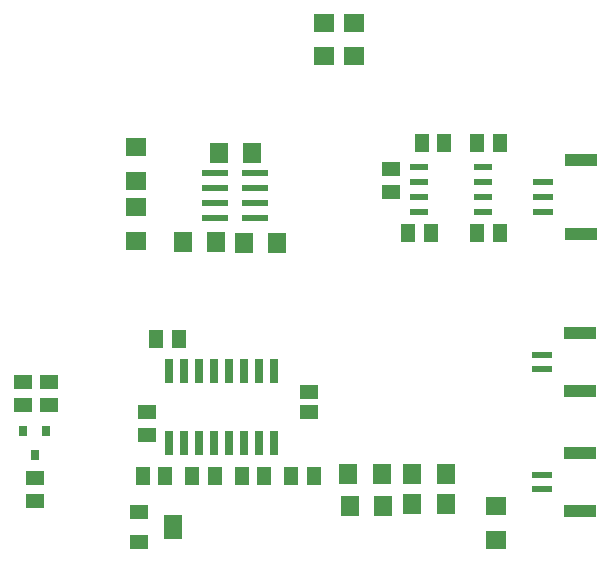
<source format=gbr>
G04 EAGLE Gerber RS-274X export*
G75*
%MOMM*%
%FSLAX34Y34*%
%LPD*%
%INSolderpaste Top*%
%IPPOS*%
%AMOC8*
5,1,8,0,0,1.08239X$1,22.5*%
G01*
%ADD10R,2.200000X0.500000*%
%ADD11R,1.803000X1.600000*%
%ADD12R,1.600000X1.803000*%
%ADD13R,1.600000X1.800000*%
%ADD14R,1.300000X1.500000*%
%ADD15R,1.524000X0.609600*%
%ADD16R,1.500000X1.300000*%
%ADD17R,1.700000X0.600000*%
%ADD18R,2.700000X1.000000*%
%ADD19R,0.660400X2.032000*%
%ADD20R,1.300000X1.600000*%
%ADD21R,1.600000X1.300000*%
%ADD22R,1.600000X2.000000*%
%ADD23R,0.787400X0.889000*%


D10*
X860316Y896828D03*
X860316Y884328D03*
X860316Y871828D03*
X860316Y859328D03*
X894316Y859328D03*
X894316Y871828D03*
X894316Y884328D03*
X894316Y896828D03*
D11*
X1098296Y586490D03*
X1098296Y614930D03*
X793496Y890528D03*
X793496Y918968D03*
D12*
X974221Y615188D03*
X1002661Y615188D03*
X972951Y641858D03*
X1001391Y641858D03*
D13*
X863316Y914273D03*
X891316Y914273D03*
D11*
X793496Y868168D03*
X793496Y839728D03*
D12*
X1026926Y616458D03*
X1055366Y616458D03*
X1026926Y641858D03*
X1055366Y641858D03*
D13*
X860836Y838708D03*
X832836Y838708D03*
X884906Y837438D03*
X912906Y837438D03*
D14*
X1035139Y922846D03*
X1054139Y922846D03*
X1023709Y846011D03*
X1042709Y846011D03*
D11*
X952246Y995938D03*
X952246Y1024378D03*
X977646Y995938D03*
X977646Y1024378D03*
D15*
X1033272Y902208D03*
X1087120Y902208D03*
X1033272Y889508D03*
X1033272Y876808D03*
X1087120Y889508D03*
X1087120Y876808D03*
X1033272Y864108D03*
X1087120Y864108D03*
D14*
X1101446Y846011D03*
X1082446Y846011D03*
D16*
X1009079Y881278D03*
X1009079Y900278D03*
D14*
X1082446Y922846D03*
X1101446Y922846D03*
D17*
X1137739Y876808D03*
X1137739Y864308D03*
X1137739Y889308D03*
D18*
X1169739Y845808D03*
X1169739Y907808D03*
D17*
X1137421Y641758D03*
X1137421Y629258D03*
D18*
X1169421Y610758D03*
X1169421Y660258D03*
D17*
X1137421Y743358D03*
X1137421Y730858D03*
D18*
X1169421Y712358D03*
X1169421Y761858D03*
D19*
X821436Y668274D03*
X821436Y729742D03*
X834136Y668274D03*
X846836Y668274D03*
X834136Y729742D03*
X846836Y729742D03*
X859536Y668274D03*
X859536Y729742D03*
X872236Y668274D03*
X872236Y729742D03*
X884936Y668274D03*
X897636Y668274D03*
X884936Y729742D03*
X897636Y729742D03*
X910336Y668274D03*
X910336Y729742D03*
D16*
X939546Y694318D03*
X939546Y711318D03*
D20*
X883056Y640588D03*
X902056Y640588D03*
X943966Y640588D03*
X924966Y640588D03*
X860146Y640588D03*
X841146Y640588D03*
X818236Y640588D03*
X799236Y640588D03*
D21*
X802386Y675538D03*
X802386Y694538D03*
D20*
X810666Y756158D03*
X829666Y756158D03*
D21*
X795506Y610108D03*
D22*
X824506Y597408D03*
D21*
X795506Y584708D03*
D23*
X717042Y678688D03*
X697738Y678688D03*
X707390Y658368D03*
D16*
X697992Y719684D03*
X697992Y700684D03*
X719328Y719684D03*
X719328Y700684D03*
X707644Y638404D03*
X707644Y619404D03*
M02*

</source>
